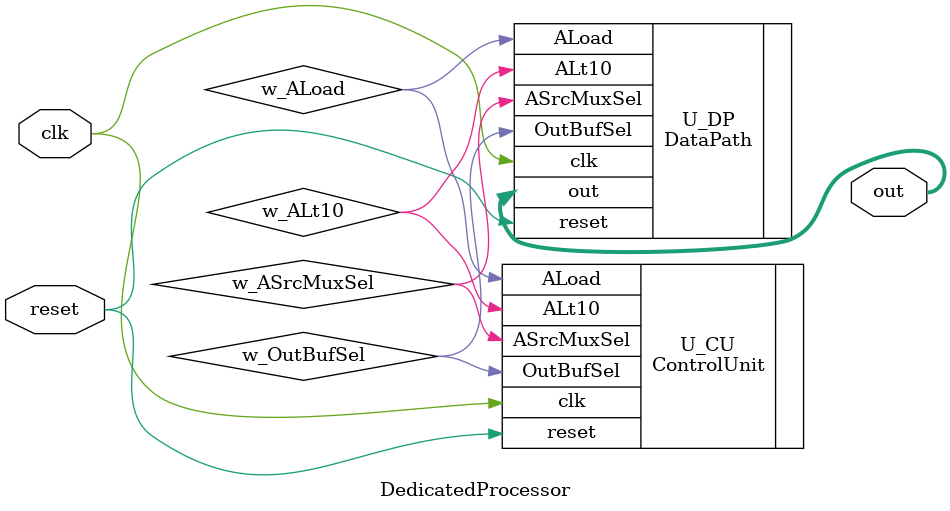
<source format=v>
`timescale 1ns / 1ps

module DedicatedProcessor (
    input clk,
    input reset,

    output [7:0] out
);

    // Internal control and status signals
    wire w_ASrcMuxSel;  // Control: mux select for A register input
    wire w_ALoad;       // Control: load enable for A register
    wire w_OutBufSel;   // Control: output buffer enable
    wire w_ALt10;       // Status: A < 10 comparison result

    ControlUnit U_CU (
        .clk  (clk),
        .reset(reset),
        .ALt10(w_ALt10),

        .ASrcMuxSel(w_ASrcMuxSel),
        .ALoad(w_ALoad),
        .OutBufSel(w_OutBufSel)
    );


    DataPath U_DP (
        .clk(clk),
        .reset(reset),
        .ASrcMuxSel(w_ASrcMuxSel),
        .ALoad(w_ALoad),
        .OutBufSel(w_OutBufSel),

        .ALt10(w_ALt10),
        .out  (out)
    );

endmodule
</source>
